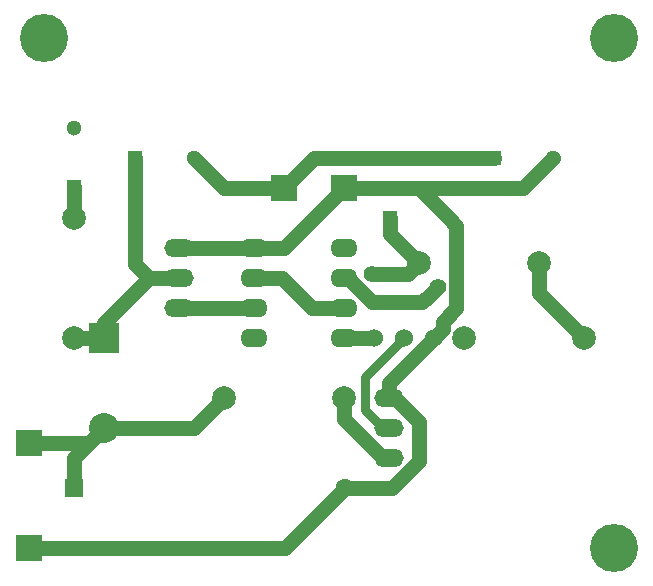
<source format=gbr>
G04 #@! TF.FileFunction,Copper,L2,Bot,Signal*
%FSLAX46Y46*%
G04 Gerber Fmt 4.6, Leading zero omitted, Abs format (unit mm)*
G04 Created by KiCad (PCBNEW (2015-12-07 BZR 6352)-product) date Tue 26 Jan 2016 06:24:15 PM EST*
%MOMM*%
G01*
G04 APERTURE LIST*
%ADD10C,0.100000*%
%ADD11R,1.600000X1.600000*%
%ADD12C,1.600000*%
%ADD13R,2.235200X2.235200*%
%ADD14O,2.499360X1.501140*%
%ADD15R,1.300000X1.300000*%
%ADD16C,1.300000*%
%ADD17R,2.540000X2.540000*%
%ADD18C,2.540000*%
%ADD19C,1.524000*%
%ADD20C,1.998980*%
%ADD21O,2.300000X1.600000*%
%ADD22C,4.064000*%
%ADD23C,1.397000*%
%ADD24C,1.270000*%
%ADD25C,0.508000*%
%ADD26C,0.762000*%
G04 APERTURE END LIST*
D10*
D11*
X7620000Y10160000D03*
D12*
X30620000Y10160000D03*
D13*
X3810000Y5080000D03*
D14*
X34290000Y15240000D03*
X34290000Y17780000D03*
X34290000Y12700000D03*
X16510000Y27940000D03*
X16510000Y25400000D03*
X16510000Y30480000D03*
D15*
X34370000Y33020000D03*
D16*
X39370000Y33020000D03*
D15*
X43180000Y38100000D03*
D16*
X48180000Y38100000D03*
D15*
X7620000Y35640000D03*
D16*
X7620000Y40640000D03*
D17*
X10160000Y22860000D03*
D18*
X10160000Y15240000D03*
D15*
X12780000Y38100000D03*
D16*
X17780000Y38100000D03*
D13*
X25400000Y35560000D03*
X30480000Y35560000D03*
X3810000Y13970000D03*
D19*
X35560000Y22860000D03*
X38100000Y22860000D03*
X33020000Y22860000D03*
D20*
X40640000Y22860000D03*
X50800000Y22860000D03*
X46990000Y29210000D03*
X36830000Y29210000D03*
X7620000Y22860000D03*
X7620000Y33020000D03*
X20320000Y17780000D03*
X30480000Y17780000D03*
D21*
X22860000Y30480000D03*
X22860000Y27940000D03*
X22860000Y25400000D03*
X22860000Y22860000D03*
X30480000Y22860000D03*
X30480000Y25400000D03*
X30480000Y27940000D03*
X30480000Y30480000D03*
D22*
X5080000Y48260000D03*
X53340000Y48260000D03*
X53340000Y5080000D03*
D23*
X32872855Y28257520D03*
X38432479Y27157546D03*
D24*
X32872855Y28257520D02*
X35877520Y28257520D01*
X35877520Y28257520D02*
X36830000Y29210000D01*
X34370000Y33020000D02*
X34370000Y31670000D01*
X34370000Y31670000D02*
X36830000Y29210000D01*
X32872855Y28257520D02*
X34607520Y28257520D01*
X22860000Y27940000D02*
X25280000Y27940000D01*
X25280000Y27940000D02*
X27820000Y25400000D01*
X27820000Y25400000D02*
X28060000Y25400000D01*
X28060000Y25400000D02*
X30480000Y25400000D01*
X40019999Y32370001D02*
X39370000Y33020000D01*
X40019999Y25400000D02*
X40019999Y32370001D01*
X38100000Y22860000D02*
X38861999Y23621999D01*
X38861999Y23621999D02*
X38861999Y24242000D01*
X38861999Y24242000D02*
X40019999Y25400000D01*
X34290000Y17780000D02*
X34290000Y19050000D01*
X34290000Y19050000D02*
X38100000Y22860000D01*
X39370000Y33020000D02*
X36830000Y35560000D01*
X30480000Y35560000D02*
X45640000Y35560000D01*
X45640000Y35560000D02*
X48180000Y38100000D01*
X22860000Y30480000D02*
X25400000Y30480000D01*
X25400000Y30480000D02*
X30480000Y35560000D01*
X16510000Y30480000D02*
X22860000Y30480000D01*
X30620000Y10160000D02*
X34567826Y10160000D01*
X34567826Y10160000D02*
X36830000Y12422174D01*
X36830000Y12422174D02*
X36830000Y15739110D01*
X36830000Y15739110D02*
X34789110Y17780000D01*
X34789110Y17780000D02*
X34290000Y17780000D01*
X3810000Y5080000D02*
X25540000Y5080000D01*
X25540000Y5080000D02*
X30620000Y10160000D01*
D25*
X36830000Y35560000D02*
X45640000Y35560000D01*
X30480000Y35560000D02*
X36830000Y35560000D01*
X3810000Y5080000D02*
X20080000Y5080000D01*
D24*
X25400000Y35560000D02*
X27940000Y38100000D01*
X27940000Y38100000D02*
X43180000Y38100000D01*
X25400000Y35560000D02*
X20320000Y35560000D01*
X20320000Y35560000D02*
X17780000Y38100000D01*
X41260000Y38100000D02*
X43180000Y38100000D01*
X7620000Y35640000D02*
X7620000Y33020000D01*
X10160000Y22860000D02*
X10160000Y24130000D01*
X13970000Y27940000D02*
X10160000Y24130000D01*
X13970000Y27940000D02*
X16510000Y27940000D01*
X12780000Y38100000D02*
X12780000Y29130000D01*
X12780000Y29130000D02*
X13970000Y27940000D01*
X7620000Y22860000D02*
X10160000Y22860000D01*
D26*
X35560000Y22860000D02*
X32278320Y19578320D01*
X32278320Y19578320D02*
X32278320Y16752570D01*
X32278320Y16752570D02*
X33790890Y15240000D01*
X33790890Y15240000D02*
X34290000Y15240000D01*
D24*
X30480000Y22860000D02*
X33020000Y22860000D01*
X16510000Y25400000D02*
X22860000Y25400000D01*
X46990000Y29210000D02*
X46990000Y26670000D01*
X46990000Y26670000D02*
X50800000Y22860000D01*
X37733980Y26459047D02*
X38432479Y27157546D01*
X37144933Y25870000D02*
X37733980Y26459047D01*
X30480000Y27940000D02*
X30830000Y27940000D01*
X30830000Y27940000D02*
X32900000Y25870000D01*
X32900000Y25870000D02*
X37144933Y25870000D01*
X30480000Y17780000D02*
X30480000Y16010890D01*
X30480000Y16010890D02*
X33790890Y12700000D01*
X33790890Y12700000D02*
X34290000Y12700000D01*
X3810000Y13970000D02*
X8890000Y13970000D01*
X8890000Y13970000D02*
X10160000Y15240000D01*
X7620000Y10160000D02*
X7620000Y12700000D01*
X7620000Y12700000D02*
X10160000Y15240000D01*
X10160000Y15240000D02*
X17780000Y15240000D01*
X17780000Y15240000D02*
X20320000Y17780000D01*
M02*

</source>
